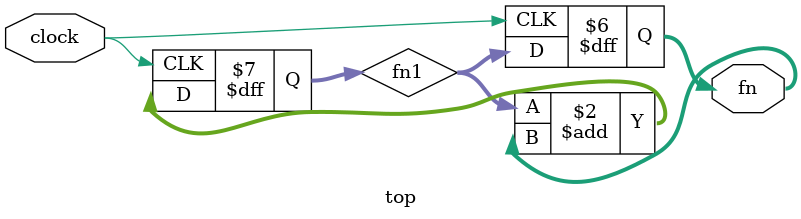
<source format=v>
module top(
        input clock, 
        output reg [31:0] fn = 0);

   reg [31:0] fn1 = 1;

   always @(posedge clock) begin
      fn <= fn1;
      fn1 <= fn1 + fn;
   end

  initial begin
    $display("Fibonacci numbers:");
  end
endmodule
</source>
